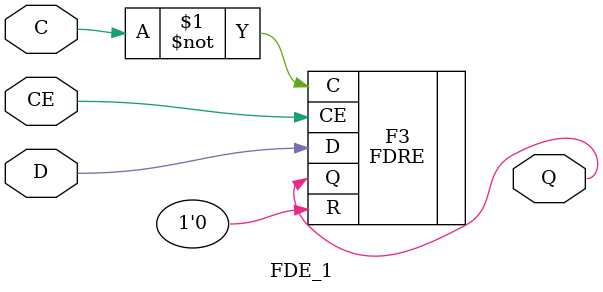
<source format=v>


`timescale  1 ps / 1 ps

module FDE_1 (Q, C, CE, D);

    parameter [0:0] INIT = 1'b0;

    output Q;

    input  C, CE, D;

    wire Q;

    FDRE #(.INIT(INIT)) F3 (.Q(Q), .C(~C), .CE(CE), .D(D), .R(1'b0));

endmodule


</source>
